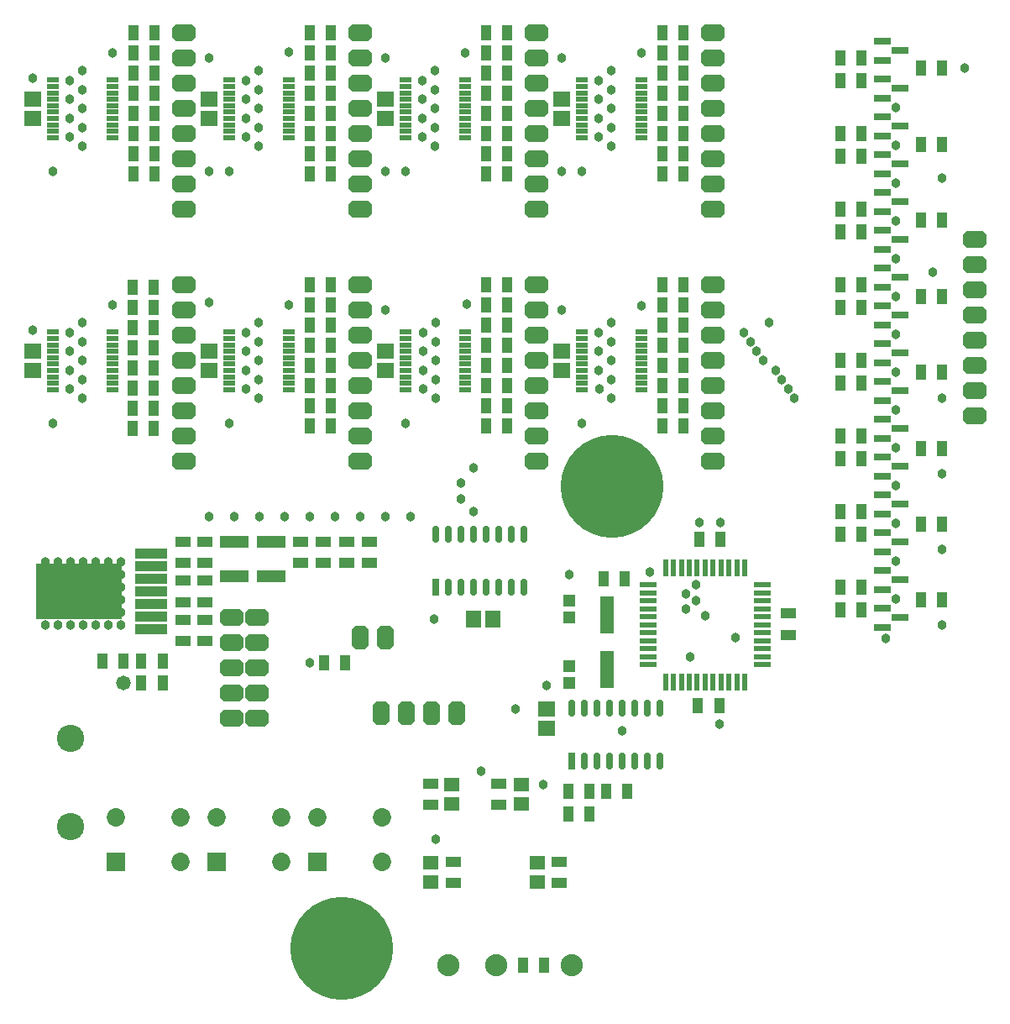
<source format=gts>
%FSTAX23Y23*%
%MOIN*%
%SFA1B1*%

%IPPOS*%
%AMD68*
4,1,8,0.046500,-0.017000,0.046500,0.017000,0.029500,0.034000,-0.029500,0.034000,-0.046500,0.017000,-0.046500,-0.017000,-0.029500,-0.034000,0.029500,-0.034000,0.046500,-0.017000,0.0*
%
%AMD69*
4,1,8,-0.017000,-0.046500,0.017000,-0.046500,0.034000,-0.029500,0.034000,0.029500,0.017000,0.046500,-0.017000,0.046500,-0.034000,0.029500,-0.034000,-0.029500,-0.017000,-0.046500,0.0*
%
%ADD50R,0.041470X0.063120*%
%ADD51R,0.047370X0.021780*%
%ADD52R,0.063120X0.041470*%
%ADD53O,0.029650X0.067060*%
%ADD54R,0.029650X0.067060*%
%ADD55R,0.067060X0.031620*%
%ADD56R,0.059180X0.053280*%
%ADD57R,0.067060X0.059180*%
%ADD58R,0.059180X0.067060*%
%ADD59R,0.118240X0.045400*%
%ADD60R,0.055240X0.145790*%
%ADD61R,0.023980X0.067060*%
%ADD62R,0.067060X0.023980*%
%ADD63R,0.128470X0.043040*%
%ADD64R,0.344220X0.218630*%
%ADD65R,0.047370X0.051310*%
%ADD66R,0.072960X0.072960*%
%ADD67C,0.072960*%
G04~CAMADD=68~4~0.0~0.0~680.0~930.0~0.0~170.0~0~0.0~0.0~0.0~0.0~0~0.0~0.0~0.0~0.0~0~0.0~0.0~0.0~270.0~930.0~680.0*
%ADD68D68*%
G04~CAMADD=69~4~0.0~0.0~680.0~930.0~0.0~170.0~0~0.0~0.0~0.0~0.0~0~0.0~0.0~0.0~0.0~0~0.0~0.0~0.0~180.0~680.0~930.0*
%ADD69D69*%
%ADD70C,0.088000*%
%ADD71C,0.108000*%
%ADD72C,0.038000*%
%ADD73C,0.408000*%
%ADD74C,0.058000*%
%LNledcube-1*%
%LPD*%
G54D50*
X01584Y049D03*
X015D03*
X01584Y0482D03*
X015D03*
X01584Y0474D03*
X015D03*
X01584Y0466D03*
X015D03*
X01584Y0458D03*
X015D03*
X01584Y045D03*
X015D03*
X01584Y0442D03*
X015D03*
X01582Y0389D03*
X01497D03*
X01582Y0365D03*
X01497D03*
X01582Y0381D03*
X01497D03*
X01582Y0373D03*
X01497D03*
X02284Y039D03*
X022D03*
X02284Y0382D03*
X022D03*
X02284Y0374D03*
X022D03*
X02284Y0366D03*
X022D03*
X02284Y0358D03*
X022D03*
X02284Y035D03*
X022D03*
X02284Y0342D03*
X022D03*
X01582Y0333D03*
X01497D03*
X02284Y0334D03*
X022D03*
X02984Y039D03*
X029D03*
X02984Y0382D03*
X029D03*
X02984Y0374D03*
X029D03*
X02984Y0366D03*
X029D03*
X02984Y0358D03*
X029D03*
X02984Y035D03*
X029D03*
X02984Y0342D03*
X029D03*
X02984Y0334D03*
X029D03*
X03684Y039D03*
X036D03*
X03684Y0382D03*
X036D03*
X03684Y0374D03*
X036D03*
X03684Y0366D03*
X036D03*
X03684Y0358D03*
X036D03*
X03684Y035D03*
X036D03*
X03684Y0342D03*
X036D03*
X03684Y0334D03*
X036D03*
X03047Y012D03*
X03132D03*
X04627Y04458D03*
X04712D03*
X04627Y04157D03*
X04712D03*
X04627Y03855D03*
X04712D03*
X04627Y03554D03*
X04712D03*
X04627Y03252D03*
X04712D03*
X04627Y02951D03*
X04712D03*
X04627Y0265D03*
X04712D03*
X04392Y0471D03*
X04307D03*
X04392Y048D03*
X04307D03*
X04392Y0441D03*
X04307D03*
X04392Y045D03*
X04307D03*
X04392Y0411D03*
X04307D03*
X04392Y042D03*
X04307D03*
X04392Y0381D03*
X04307D03*
X04392Y039D03*
X04307D03*
X04392Y0351D03*
X04307D03*
X04392Y036D03*
X04307D03*
X04392Y0321D03*
X04307D03*
X04392Y033D03*
X04307D03*
X04392Y0291D03*
X04307D03*
X04392Y03D03*
X04307D03*
X04392Y0261D03*
X04307D03*
X04392Y027D03*
X04307D03*
X01582Y0341D03*
X01497D03*
X01582Y0349D03*
X01497D03*
X01582Y0357D03*
X01497D03*
X03684Y0434D03*
X036D03*
X02984D03*
X029D03*
X02284D03*
X022D03*
X01584D03*
X015D03*
X03684Y0442D03*
X036D03*
X02984D03*
X029D03*
X02284D03*
X022D03*
X03684Y045D03*
X036D03*
X02984D03*
X029D03*
X02284D03*
X022D03*
X03684Y0458D03*
X036D03*
X02984D03*
X029D03*
X02284D03*
X022D03*
X03684Y0466D03*
X036D03*
X02984D03*
X029D03*
X02284D03*
X022D03*
X03684Y0474D03*
X036D03*
X02984D03*
X029D03*
X02284D03*
X022D03*
X03684Y0482D03*
X036D03*
X02984D03*
X029D03*
X02284D03*
X022D03*
X03684Y049D03*
X036D03*
X02984D03*
X029D03*
X02284D03*
X022D03*
X03452Y02735D03*
X03367D03*
X03227Y018D03*
X03312D03*
X03377Y0189D03*
X03462D03*
X03227D03*
X03312D03*
X03742Y0223D03*
X03827D03*
X01532Y02409D03*
X01617D03*
X01532Y02321D03*
X01617D03*
X01462Y02408D03*
X01377D03*
X03832Y0289D03*
X03747D03*
X04627Y0476D03*
X04712D03*
X02342Y024D03*
X02257D03*
G54D51*
X02818Y03715D03*
Y03689D03*
Y03663D03*
Y03638D03*
Y03612D03*
Y03587D03*
Y03561D03*
Y03536D03*
Y0351D03*
Y03484D03*
X02581D03*
Y0351D03*
Y03536D03*
Y03561D03*
Y03587D03*
Y03612D03*
Y03638D03*
Y03663D03*
Y03689D03*
Y03715D03*
X03518D03*
Y03689D03*
Y03663D03*
Y03638D03*
Y03612D03*
Y03587D03*
Y03561D03*
Y03536D03*
Y0351D03*
Y03484D03*
X03281D03*
Y0351D03*
Y03536D03*
Y03561D03*
Y03587D03*
Y03612D03*
Y03638D03*
Y03663D03*
Y03689D03*
Y03715D03*
X01418D03*
Y03689D03*
Y03663D03*
Y03638D03*
Y03612D03*
Y03587D03*
Y03561D03*
Y03536D03*
Y0351D03*
Y03484D03*
X01181D03*
Y0351D03*
Y03536D03*
Y03561D03*
Y03587D03*
Y03612D03*
Y03638D03*
Y03663D03*
Y03689D03*
Y03715D03*
X03518Y04715D03*
Y04689D03*
Y04663D03*
Y04638D03*
Y04612D03*
Y04587D03*
Y04561D03*
Y04536D03*
Y0451D03*
Y04484D03*
X03281D03*
Y0451D03*
Y04536D03*
Y04561D03*
Y04587D03*
Y04612D03*
Y04638D03*
Y04663D03*
Y04689D03*
Y04715D03*
X02818D03*
Y04689D03*
Y04663D03*
Y04638D03*
Y04612D03*
Y04587D03*
Y04561D03*
Y04536D03*
Y0451D03*
Y04484D03*
X02581D03*
Y0451D03*
Y04536D03*
Y04561D03*
Y04587D03*
Y04612D03*
Y04638D03*
Y04663D03*
Y04689D03*
Y04715D03*
X02118D03*
Y04689D03*
Y04663D03*
Y04638D03*
Y04612D03*
Y04587D03*
Y04561D03*
Y04536D03*
Y0451D03*
Y04484D03*
X01881D03*
Y0451D03*
Y04536D03*
Y04561D03*
Y04587D03*
Y04612D03*
Y04638D03*
Y04663D03*
Y04689D03*
Y04715D03*
X01418D03*
Y04689D03*
Y04663D03*
Y04638D03*
Y04612D03*
Y04587D03*
Y04561D03*
Y04536D03*
Y0451D03*
Y04484D03*
X01181D03*
Y0451D03*
Y04536D03*
Y04561D03*
Y04587D03*
Y04612D03*
Y04638D03*
Y04663D03*
Y04689D03*
Y04715D03*
X02118Y03715D03*
Y03689D03*
Y03663D03*
Y03638D03*
Y03612D03*
Y03587D03*
Y03561D03*
Y03536D03*
Y0351D03*
Y03484D03*
X01881D03*
Y0351D03*
Y03536D03*
Y03561D03*
Y03587D03*
Y03612D03*
Y03638D03*
Y03663D03*
Y03689D03*
Y03715D03*
G54D52*
X0277Y01528D03*
Y01612D03*
X0319D03*
Y01528D03*
X041Y02512D03*
Y02597D03*
X02437Y02882D03*
Y02797D03*
X02346Y02882D03*
Y02797D03*
X0295Y01922D03*
Y01837D03*
X0268Y01922D03*
Y01837D03*
X01696Y02572D03*
Y02487D03*
X01785Y02572D03*
Y02487D03*
X01696Y02642D03*
Y02727D03*
X01785D03*
Y02642D03*
X02164Y02882D03*
Y02797D03*
X02255Y02882D03*
Y02797D03*
X01696Y02882D03*
Y02797D03*
X01785Y02882D03*
Y02797D03*
G54D53*
X0305Y02912D03*
X03D03*
X0295D03*
X029D03*
X0285D03*
X028D03*
X0275D03*
X027D03*
X0305Y027D03*
X03D03*
X0295D03*
X029D03*
X0285D03*
X028D03*
X0275D03*
X0329Y0201D03*
X0334D03*
X0339D03*
X0344D03*
X0349D03*
X0354D03*
X0359D03*
X0324Y02222D03*
X0329D03*
X0334D03*
X0339D03*
X0344D03*
X0349D03*
X0354D03*
X0359D03*
G54D54*
X027Y027D03*
X0324Y0201D03*
G54D55*
X04545Y0483D03*
X04474Y04792D03*
Y04867D03*
X04545Y0438D03*
X04474Y04342D03*
Y04417D03*
X04545Y0453D03*
X04474Y04492D03*
Y04567D03*
X04545Y0408D03*
X04474Y04042D03*
Y04117D03*
X04545Y0423D03*
X04474Y04192D03*
Y04267D03*
X04545Y0378D03*
X04474Y03742D03*
Y03817D03*
X04545Y0393D03*
X04474Y03892D03*
Y03967D03*
X04545Y0348D03*
X04474Y03442D03*
Y03517D03*
X04545Y0363D03*
X04474Y03592D03*
Y03667D03*
X04545Y0318D03*
X04474Y03142D03*
Y03217D03*
X04545Y0333D03*
X04474Y03292D03*
Y03367D03*
X04545Y0288D03*
X04474Y02842D03*
Y02917D03*
X04545Y0303D03*
X04474Y02992D03*
Y03067D03*
X04545Y0258D03*
X04474Y02542D03*
Y02617D03*
X04545Y0273D03*
X04474Y02692D03*
Y02767D03*
X04545Y0468D03*
X04474Y04642D03*
Y04717D03*
G54D56*
X03105Y01609D03*
Y0153D03*
X0304Y01919D03*
Y0184D03*
X02764Y01919D03*
Y0184D03*
X0268Y01609D03*
Y0153D03*
G54D57*
X011Y04637D03*
Y04562D03*
X018Y04637D03*
Y04562D03*
X025Y04637D03*
Y04562D03*
X032Y04637D03*
Y04562D03*
X011Y03637D03*
Y03562D03*
X018Y03637D03*
Y03562D03*
X025Y03637D03*
Y03562D03*
X032Y03637D03*
Y03562D03*
X0314Y02217D03*
Y02142D03*
G54D58*
X02927Y02575D03*
X02852D03*
G54D59*
X02046Y02745D03*
Y0288D03*
X01902Y02745D03*
Y02881D03*
G54D60*
X0338Y02376D03*
Y02593D03*
G54D61*
X03613Y02778D03*
X03645D03*
X03676D03*
X03708D03*
X03739D03*
X03771D03*
X03802D03*
X03834D03*
X03865D03*
X03897D03*
X03928D03*
Y02326D03*
X03897D03*
X03865D03*
X03834D03*
X03802D03*
X03771D03*
X03739D03*
X03708D03*
X03676D03*
X03645D03*
X03613D03*
G54D62*
X03997Y0271D03*
Y02678D03*
Y02647D03*
Y02615D03*
Y02584D03*
Y02552D03*
Y02521D03*
Y02489D03*
Y02458D03*
Y02426D03*
Y02395D03*
X03545D03*
Y02426D03*
Y02458D03*
Y02489D03*
Y02521D03*
Y02552D03*
Y02584D03*
Y02615D03*
Y02647D03*
Y02678D03*
Y0271D03*
G54D63*
X01571Y02835D03*
Y02785D03*
Y02735D03*
Y02685D03*
Y02635D03*
Y02585D03*
Y02535D03*
G54D64*
X01283Y02685D03*
G54D65*
X0323Y02648D03*
Y02581D03*
Y02388D03*
Y02321D03*
G54D66*
X01432Y01611D03*
X01832D03*
X02232D03*
G54D67*
X01432Y01788D03*
X01687D03*
Y01611D03*
X01832Y01788D03*
X02087D03*
Y01611D03*
X02487D03*
Y01788D03*
X02232D03*
G54D68*
X038Y032D03*
Y033D03*
Y034D03*
Y035D03*
Y036D03*
Y037D03*
Y038D03*
Y039D03*
X031Y032D03*
Y033D03*
Y034D03*
Y035D03*
Y036D03*
Y037D03*
Y038D03*
Y039D03*
X024Y032D03*
Y033D03*
Y034D03*
Y035D03*
Y036D03*
Y037D03*
Y038D03*
Y039D03*
X017Y032D03*
Y033D03*
Y034D03*
Y035D03*
Y036D03*
Y037D03*
Y038D03*
Y039D03*
X038Y042D03*
Y043D03*
Y044D03*
Y045D03*
Y046D03*
Y047D03*
Y048D03*
Y049D03*
X031Y042D03*
Y043D03*
Y044D03*
Y045D03*
Y046D03*
Y047D03*
Y048D03*
Y049D03*
X024Y042D03*
Y043D03*
Y044D03*
Y045D03*
Y046D03*
Y047D03*
Y048D03*
Y049D03*
X017Y042D03*
Y043D03*
Y044D03*
Y045D03*
Y046D03*
Y047D03*
Y048D03*
Y049D03*
X0189Y0258D03*
Y0248D03*
Y0238D03*
Y0228D03*
Y0218D03*
X0199Y0258D03*
Y0248D03*
Y0238D03*
Y0228D03*
Y0218D03*
X0484Y0408D03*
Y0398D03*
Y0388D03*
Y0378D03*
Y0368D03*
Y0358D03*
Y0348D03*
Y0338D03*
G54D69*
X025Y025D03*
X024D03*
X02785Y022D03*
X02685D03*
X02585D03*
X02485D03*
G54D70*
X0324Y012D03*
X0275D03*
X0294D03*
G54D71*
X0125Y0175D03*
Y021D03*
G54D72*
X0145Y0255D03*
Y026D03*
X0125Y0265D03*
X013D03*
X0135D03*
X014D03*
X0145D03*
Y027D03*
X014D03*
X0135D03*
X013D03*
X0125D03*
X012D03*
Y0275D03*
X0125D03*
X013D03*
X0135D03*
X014D03*
X0145D03*
Y028D03*
X014D03*
X0135D03*
X012Y0265D03*
Y026D03*
X0125D03*
X013D03*
X0135D03*
X014D03*
Y0255D03*
X0135D03*
X013D03*
X0125D03*
X012D03*
X0115Y0275D03*
Y027D03*
Y0265D03*
Y026D03*
Y0255D03*
X04526Y04604D03*
Y04454D03*
Y04304D03*
Y04154D03*
Y04004D03*
Y03854D03*
Y03704D03*
Y03554D03*
Y03404D03*
Y03254D03*
Y03104D03*
Y02954D03*
Y02804D03*
Y02654D03*
X04487Y02499D03*
X03129Y01919D03*
X03017Y02217D03*
X0288Y0197D03*
X0344Y0213D03*
X032Y0435D03*
X025D03*
X018D03*
X01181Y03351D03*
X01881D03*
X02581D03*
X03281D03*
Y04351D03*
X02581D03*
X01881D03*
X01181D03*
X025Y048D03*
X032D03*
X018D03*
X011Y0472D03*
Y0372D03*
X018Y0383D03*
X032Y038D03*
X025D03*
X0323Y0275D03*
X03142Y02312D03*
X027Y017D03*
X0389Y025D03*
X03827Y02157D03*
X03832Y02957D03*
X03747D03*
X03695Y02615D03*
Y02675D03*
X03735Y0271D03*
Y02647D03*
X0371Y02425D03*
X04712Y02552D03*
Y02852D03*
Y03152D03*
Y03452D03*
X04675Y0395D03*
X04712Y04325D03*
X048Y0476D03*
X03397Y03675D03*
Y036D03*
Y03525D03*
Y0345D03*
X0335Y03487D03*
X03347Y03562D03*
X03348Y03637D03*
X03349Y03712D03*
X0265D03*
Y03637D03*
X027Y036D03*
X0265Y03562D03*
X027Y03525D03*
X0265Y03487D03*
X027Y0345D03*
X03397Y0375D03*
X027D03*
X01997D03*
X01947Y03487D03*
X01997Y03525D03*
X01947Y03562D03*
X01997Y036D03*
X01947Y03637D03*
X01997Y03675D03*
X01947Y03712D03*
X01297Y0375D03*
Y0345D03*
Y03525D03*
X01247Y03562D03*
X01297Y036D03*
X01247Y03637D03*
X01297Y03675D03*
X01247Y03712D03*
X01297Y0475D03*
Y0445D03*
X01247Y04487D03*
X01297Y04525D03*
X01247Y04562D03*
X01297Y046D03*
X01247Y04637D03*
X01297Y04675D03*
X01247Y04712D03*
X01997Y0475D03*
Y0445D03*
X01947Y04487D03*
X01997Y04525D03*
X01947Y04562D03*
X01997Y046D03*
X01947Y04637D03*
X01997Y04675D03*
X01947Y04712D03*
X02697Y0475D03*
Y0445D03*
X02647Y04487D03*
X02697Y04525D03*
X02647Y04562D03*
X02697Y046D03*
X02647Y04637D03*
X02697Y04675D03*
X02647Y04712D03*
X03397Y0475D03*
Y0445D03*
X03347Y04487D03*
X03397Y04525D03*
X03347Y04562D03*
X03397Y046D03*
X03347Y04637D03*
X03397Y04675D03*
X03347Y04712D03*
X04125Y0345D03*
X04075Y03525D03*
X0395Y03675D03*
X04025Y0375D03*
X041Y03487D03*
X0405Y03562D03*
X03975Y03637D03*
X03925Y03712D03*
X04Y036D03*
X027Y03675D03*
X01247Y03487D03*
X0285Y03D03*
X028Y0305D03*
X0285Y03175D03*
X028Y03115D03*
X03518Y03818D03*
X02825Y03825D03*
X02118Y03823D03*
X01418Y03821D03*
X01997Y0345D03*
X01418Y04821D03*
X02118Y04826D03*
X02818Y04821D03*
X03518D03*
X022Y024D03*
X03771Y02588D03*
X0355Y0276D03*
X02693Y02575D03*
X013Y028D03*
X0125D03*
X012D03*
X0115D03*
X018Y0298D03*
X019D03*
X02D03*
X021D03*
X022D03*
X023D03*
X024D03*
X025D03*
X026D03*
G54D73*
X034Y031D03*
X02326Y01269D03*
G54D74*
X0146Y0232D03*
M02*
</source>
